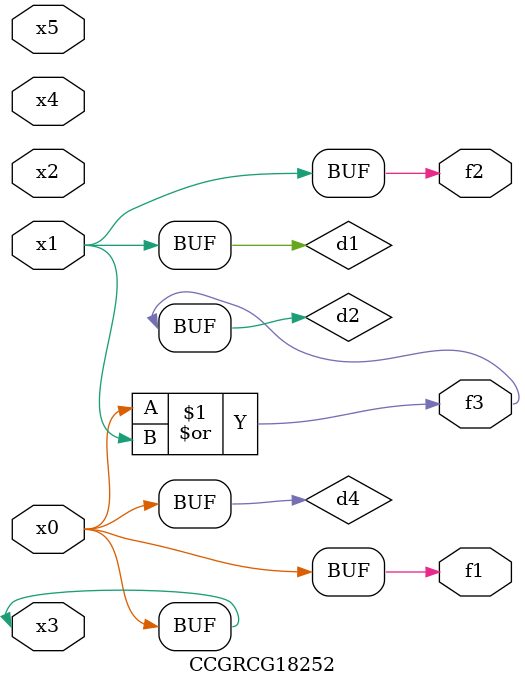
<source format=v>
module CCGRCG18252(
	input x0, x1, x2, x3, x4, x5,
	output f1, f2, f3
);

	wire d1, d2, d3, d4;

	and (d1, x1);
	or (d2, x0, x1);
	nand (d3, x0, x5);
	buf (d4, x0, x3);
	assign f1 = d4;
	assign f2 = d1;
	assign f3 = d2;
endmodule

</source>
